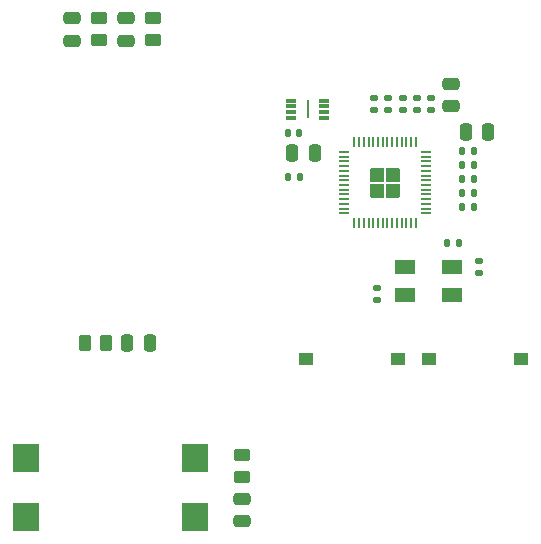
<source format=gtp>
G04 #@! TF.GenerationSoftware,KiCad,Pcbnew,8.0.6*
G04 #@! TF.CreationDate,2025-04-03T21:30:13+02:00*
G04 #@! TF.ProjectId,UV-Controller,55562d43-6f6e-4747-926f-6c6c65722e6b,v2.0*
G04 #@! TF.SameCoordinates,Original*
G04 #@! TF.FileFunction,Paste,Top*
G04 #@! TF.FilePolarity,Positive*
%FSLAX46Y46*%
G04 Gerber Fmt 4.6, Leading zero omitted, Abs format (unit mm)*
G04 Created by KiCad (PCBNEW 8.0.6) date 2025-04-03 21:30:13*
%MOMM*%
%LPD*%
G01*
G04 APERTURE LIST*
G04 Aperture macros list*
%AMRoundRect*
0 Rectangle with rounded corners*
0 $1 Rounding radius*
0 $2 $3 $4 $5 $6 $7 $8 $9 X,Y pos of 4 corners*
0 Add a 4 corners polygon primitive as box body*
4,1,4,$2,$3,$4,$5,$6,$7,$8,$9,$2,$3,0*
0 Add four circle primitives for the rounded corners*
1,1,$1+$1,$2,$3*
1,1,$1+$1,$4,$5*
1,1,$1+$1,$6,$7*
1,1,$1+$1,$8,$9*
0 Add four rect primitives between the rounded corners*
20,1,$1+$1,$2,$3,$4,$5,0*
20,1,$1+$1,$4,$5,$6,$7,0*
20,1,$1+$1,$6,$7,$8,$9,0*
20,1,$1+$1,$8,$9,$2,$3,0*%
%AMFreePoly0*
4,1,19,0.563745,0.600348,0.608674,0.548497,0.619677,0.497915,0.619677,-0.497915,0.600348,-0.563745,0.548497,-0.608674,0.497915,-0.619677,-0.497915,-0.619677,-0.563745,-0.600348,-0.608674,-0.548497,-0.619677,-0.497915,-0.619677,0.397045,-0.600348,0.462875,-0.584014,0.483144,-0.483144,0.584014,-0.422927,0.616894,-0.397045,0.619677,0.497915,0.619677,0.563745,0.600348,0.563745,0.600348,
$1*%
%AMFreePoly1*
4,1,19,0.563745,0.600348,0.608674,0.548497,0.619677,0.497915,0.619677,-0.497915,0.600348,-0.563745,0.548497,-0.608674,0.497915,-0.619677,-0.397045,-0.619677,-0.462875,-0.600348,-0.483144,-0.584014,-0.584014,-0.483144,-0.616894,-0.422927,-0.619677,-0.397045,-0.619677,0.497915,-0.600348,0.563745,-0.548497,0.608674,-0.497915,0.619677,0.497915,0.619677,0.563745,0.600348,0.563745,0.600348,
$1*%
%AMFreePoly2*
4,1,19,0.462875,0.600348,0.483144,0.584014,0.584014,0.483144,0.616894,0.422927,0.619677,0.397045,0.619677,-0.497915,0.600348,-0.563745,0.548497,-0.608674,0.497915,-0.619677,-0.497915,-0.619677,-0.563745,-0.600348,-0.608674,-0.548497,-0.619677,-0.497915,-0.619677,0.497915,-0.600348,0.563745,-0.548497,0.608674,-0.497915,0.619677,0.397045,0.619677,0.462875,0.600348,0.462875,0.600348,
$1*%
%AMFreePoly3*
4,1,19,0.563745,0.600348,0.608674,0.548497,0.619677,0.497915,0.619677,-0.397045,0.600348,-0.462875,0.584014,-0.483144,0.483144,-0.584014,0.422927,-0.616894,0.397045,-0.619677,-0.497915,-0.619677,-0.563745,-0.600348,-0.608674,-0.548497,-0.619677,-0.497915,-0.619677,0.497915,-0.600348,0.563745,-0.548497,0.608674,-0.497915,0.619677,0.497915,0.619677,0.563745,0.600348,0.563745,0.600348,
$1*%
G04 Aperture macros list end*
%ADD10RoundRect,0.250000X-0.250000X-0.475000X0.250000X-0.475000X0.250000X0.475000X-0.250000X0.475000X0*%
%ADD11R,1.800000X1.200000*%
%ADD12R,0.900000X0.300000*%
%ADD13R,0.250000X1.650000*%
%ADD14RoundRect,0.250000X-0.450000X0.262500X-0.450000X-0.262500X0.450000X-0.262500X0.450000X0.262500X0*%
%ADD15RoundRect,0.135000X-0.135000X-0.185000X0.135000X-0.185000X0.135000X0.185000X-0.135000X0.185000X0*%
%ADD16RoundRect,0.250000X-0.262500X-0.450000X0.262500X-0.450000X0.262500X0.450000X-0.262500X0.450000X0*%
%ADD17RoundRect,0.140000X-0.140000X-0.170000X0.140000X-0.170000X0.140000X0.170000X-0.140000X0.170000X0*%
%ADD18RoundRect,0.250000X-0.475000X0.250000X-0.475000X-0.250000X0.475000X-0.250000X0.475000X0.250000X0*%
%ADD19RoundRect,0.140000X-0.170000X0.140000X-0.170000X-0.140000X0.170000X-0.140000X0.170000X0.140000X0*%
%ADD20RoundRect,0.250000X0.475000X-0.250000X0.475000X0.250000X-0.475000X0.250000X-0.475000X-0.250000X0*%
%ADD21R,2.300000X2.400000*%
%ADD22FreePoly0,0.000000*%
%ADD23FreePoly1,0.000000*%
%ADD24FreePoly2,0.000000*%
%ADD25FreePoly3,0.000000*%
%ADD26RoundRect,0.050000X-0.387500X-0.050000X0.387500X-0.050000X0.387500X0.050000X-0.387500X0.050000X0*%
%ADD27RoundRect,0.050000X-0.050000X-0.387500X0.050000X-0.387500X0.050000X0.387500X-0.050000X0.387500X0*%
%ADD28RoundRect,0.140000X0.170000X-0.140000X0.170000X0.140000X-0.170000X0.140000X-0.170000X-0.140000X0*%
%ADD29RoundRect,0.135000X0.135000X0.185000X-0.135000X0.185000X-0.135000X-0.185000X0.135000X-0.185000X0*%
%ADD30R,1.250000X1.000000*%
G04 APERTURE END LIST*
D10*
X160162500Y-84375000D03*
X162062500Y-84375000D03*
D11*
X155000000Y-98200000D03*
X159000000Y-98200000D03*
X159000000Y-95800000D03*
X155000000Y-95800000D03*
D12*
X148162500Y-83225000D03*
X148162500Y-82725000D03*
X148162500Y-82225000D03*
X148162500Y-81725000D03*
X145362500Y-81725000D03*
X145362500Y-82225000D03*
X145362500Y-82725000D03*
X145362500Y-83225000D03*
D13*
X146762500Y-82475000D03*
D14*
X129112500Y-74775000D03*
X129112500Y-76600000D03*
D15*
X158580000Y-93800000D03*
X159600000Y-93800000D03*
D16*
X127887500Y-102275000D03*
X129712500Y-102275000D03*
D10*
X145462500Y-86175000D03*
X147362500Y-86175000D03*
D17*
X159862500Y-89575000D03*
X160822500Y-89575000D03*
D18*
X141212500Y-115425000D03*
X141212500Y-117325000D03*
D19*
X152600000Y-97640000D03*
X152600000Y-98600000D03*
D17*
X145102500Y-84475000D03*
X146062500Y-84475000D03*
D20*
X126812500Y-76675000D03*
X126812500Y-74775000D03*
D17*
X159862500Y-85975000D03*
X160822500Y-85975000D03*
X159862500Y-90775000D03*
X160822500Y-90775000D03*
D21*
X137262500Y-116975000D03*
X122962500Y-116975000D03*
X137262500Y-111975000D03*
X122962500Y-111975000D03*
D22*
X152650000Y-88000000D03*
D23*
X152650000Y-89350000D03*
D24*
X154000000Y-88000000D03*
D25*
X154000000Y-89350000D03*
D26*
X149887500Y-86075000D03*
X149887500Y-86475000D03*
X149887500Y-86875000D03*
X149887500Y-87275000D03*
X149887500Y-87675000D03*
X149887500Y-88075000D03*
X149887500Y-88475000D03*
X149887500Y-88875000D03*
X149887500Y-89275000D03*
X149887500Y-89675000D03*
X149887500Y-90075000D03*
X149887500Y-90475000D03*
X149887500Y-90875000D03*
X149887500Y-91275000D03*
D27*
X150725000Y-92112500D03*
X151125000Y-92112500D03*
X151525000Y-92112500D03*
X151925000Y-92112500D03*
X152325000Y-92112500D03*
X152725000Y-92112500D03*
X153125000Y-92112500D03*
X153525000Y-92112500D03*
X153925000Y-92112500D03*
X154325000Y-92112500D03*
X154725000Y-92112500D03*
X155125000Y-92112500D03*
X155525000Y-92112500D03*
X155925000Y-92112500D03*
D26*
X156762500Y-91275000D03*
X156762500Y-90875000D03*
X156762500Y-90475000D03*
X156762500Y-90075000D03*
X156762500Y-89675000D03*
X156762500Y-89275000D03*
X156762500Y-88875000D03*
X156762500Y-88475000D03*
X156762500Y-88075000D03*
X156762500Y-87675000D03*
X156762500Y-87275000D03*
X156762500Y-86875000D03*
X156762500Y-86475000D03*
X156762500Y-86075000D03*
D27*
X155925000Y-85237500D03*
X155525000Y-85237500D03*
X155125000Y-85237500D03*
X154725000Y-85237500D03*
X154325000Y-85237500D03*
X153925000Y-85237500D03*
X153525000Y-85237500D03*
X153125000Y-85237500D03*
X152725000Y-85237500D03*
X152325000Y-85237500D03*
X151925000Y-85237500D03*
X151525000Y-85237500D03*
X151125000Y-85237500D03*
X150725000Y-85237500D03*
D14*
X141212500Y-111750000D03*
X141212500Y-113575000D03*
D20*
X131412500Y-76675000D03*
X131412500Y-74775000D03*
D28*
X153562500Y-82500000D03*
X153562500Y-81540000D03*
D20*
X158900000Y-82200000D03*
X158900000Y-80300000D03*
D10*
X131512500Y-102275000D03*
X133412500Y-102275000D03*
D29*
X146162500Y-88200000D03*
X145142500Y-88200000D03*
D28*
X154800000Y-82500000D03*
X154800000Y-81540000D03*
D14*
X133712500Y-74775000D03*
X133712500Y-76600000D03*
D17*
X159862500Y-88375000D03*
X160822500Y-88375000D03*
D30*
X164800000Y-103600000D03*
X157050000Y-103600000D03*
X146650000Y-103600000D03*
X154400000Y-103600000D03*
D28*
X152362500Y-82500000D03*
X152362500Y-81540000D03*
X156000000Y-82500000D03*
X156000000Y-81540000D03*
X157200000Y-82500000D03*
X157200000Y-81540000D03*
X161300000Y-96300000D03*
X161300000Y-95340000D03*
D17*
X159862500Y-87175000D03*
X160822500Y-87175000D03*
M02*

</source>
